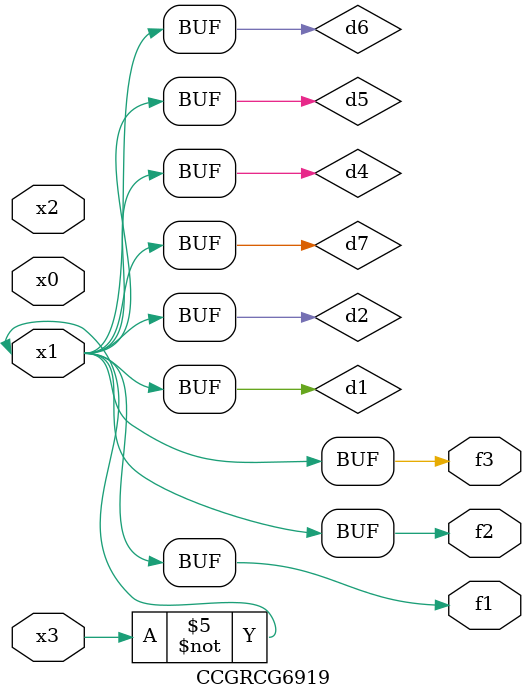
<source format=v>
module CCGRCG6919(
	input x0, x1, x2, x3,
	output f1, f2, f3
);

	wire d1, d2, d3, d4, d5, d6, d7;

	not (d1, x3);
	buf (d2, x1);
	xnor (d3, d1, d2);
	nor (d4, d1);
	buf (d5, d1, d2);
	buf (d6, d4, d5);
	nand (d7, d4);
	assign f1 = d6;
	assign f2 = d7;
	assign f3 = d6;
endmodule

</source>
